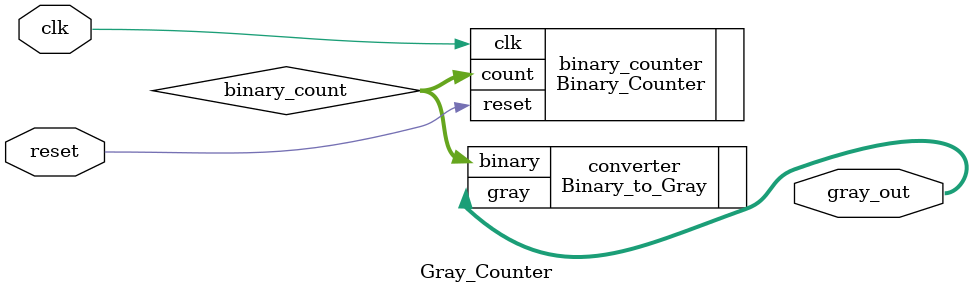
<source format=v>
module Gray_Counter (
    input clk, reset,
    output [3:0] gray_out
);
    wire [3:0] binary_count;  // Đầu ra của bộ đếm nhị phân

    // Khởi tạo bộ đếm nhị phân 4-bit
    Binary_Counter binary_counter (.clk(clk), .reset(reset), .count(binary_count));

    // Chuyển đổi từ binary sang gray code
    Binary_to_Gray converter (.binary(binary_count), .gray(gray_out));
endmodule

</source>
